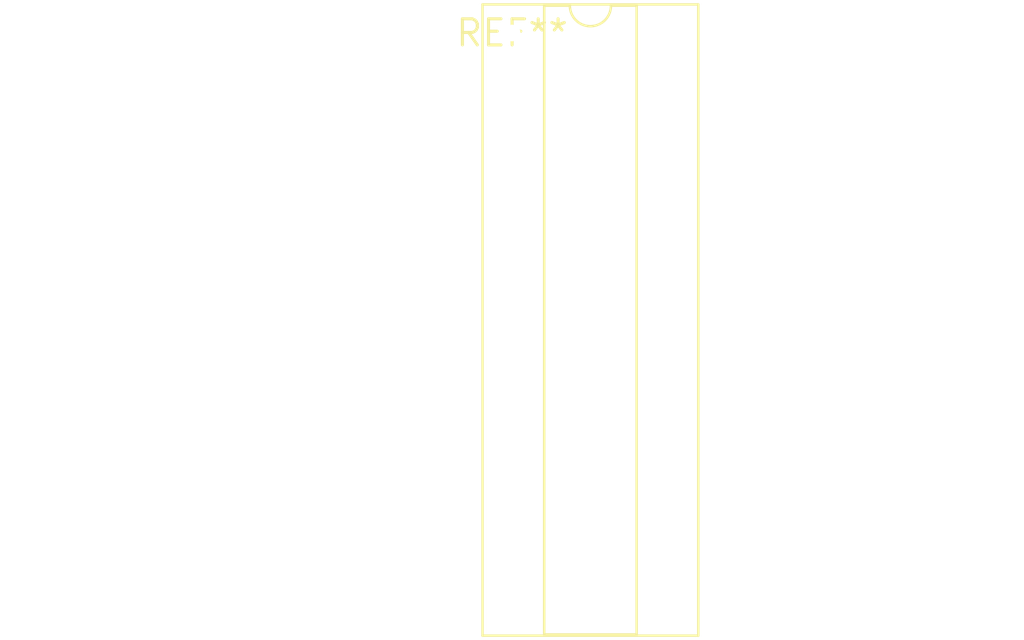
<source format=kicad_pcb>
(kicad_pcb (version 20240108) (generator pcbnew)
  (layers (0 "F.Cu" signal) (31 "B.Cu" signal) (34 "B.Paste" user) (35 "F.Paste" user) (36 "B.SilkS" user "B.Silkscreen") (37 "F.SilkS" user "F.Silkscreen") (38 "B.Mask" user) (39 "F.Mask" user) (44 "Edge.Cuts" user))
  (net 0 "")
  (footprint "CERDIP-24_W7.62mm_SideBrazed_LongPads_Socket" (layer "F.Cu") (at 0 0)
    (property "Reference" "REF**")
    (property "Value" "CERDIP-24_W7.62mm_SideBrazed_LongPads_Socket")
    (fp_line (start -1.44 -1.39) (end -1.44 29.33) (layer "F.SilkS") (stroke (width 0.12)))
    (fp_line (start -1.44 29.33) (end 9.06 29.33) (layer "F.SilkS") (stroke (width 0.12)))
    (fp_line (start 1.56 -1.33) (end 1.56 29.27) (layer "F.SilkS") (stroke (width 0.12)))
    (fp_line (start 1.56 29.27) (end 6.06 29.27) (layer "F.SilkS") (stroke (width 0.12)))
    (fp_line (start 2.81 -1.33) (end 1.56 -1.33) (layer "F.SilkS") (stroke (width 0.12)))
    (fp_line (start 6.06 -1.33) (end 4.81 -1.33) (layer "F.SilkS") (stroke (width 0.12)))
    (fp_line (start 6.06 29.27) (end 6.06 -1.33) (layer "F.SilkS") (stroke (width 0.12)))
    (fp_line (start 9.06 -1.39) (end -1.44 -1.39) (layer "F.SilkS") (stroke (width 0.12)))
    (fp_line (start 9.06 29.33) (end 9.06 -1.39) (layer "F.SilkS") (stroke (width 0.12)))
    (fp_arc (start 4.81 -1.33) (mid 3.81 -0.33) (end 2.81 -1.33) (layer "F.SilkS") (stroke (width 0.12)))
    (pad "1" thru_hole rect (at 0 0) (size 2.4 1.6) (drill 0.8) (layers *.Cu *.Mask) (remove_unused_layers))
    (pad "2" thru_hole oval (at 0 2.54) (size 2.4 1.6) (drill 0.8) (layers *.Cu *.Mask) (remove_unused_layers))
    (pad "3" thru_hole oval (at 0 5.08) (size 2.4 1.6) (drill 0.8) (layers *.Cu *.Mask) (remove_unused_layers))
    (pad "4" thru_hole oval (at 0 7.62) (size 2.4 1.6) (drill 0.8) (layers *.Cu *.Mask) (remove_unused_layers))
    (pad "5" thru_hole oval (at 0 10.16) (size 2.4 1.6) (drill 0.8) (layers *.Cu *.Mask) (remove_unused_layers))
    (pad "6" thru_hole oval (at 0 12.7) (size 2.4 1.6) (drill 0.8) (layers *.Cu *.Mask) (remove_unused_layers))
    (pad "7" thru_hole oval (at 0 15.24) (size 2.4 1.6) (drill 0.8) (layers *.Cu *.Mask) (remove_unused_layers))
    (pad "8" thru_hole oval (at 0 17.78) (size 2.4 1.6) (drill 0.8) (layers *.Cu *.Mask) (remove_unused_layers))
    (pad "9" thru_hole oval (at 0 20.32) (size 2.4 1.6) (drill 0.8) (layers *.Cu *.Mask) (remove_unused_layers))
    (pad "10" thru_hole oval (at 0 22.86) (size 2.4 1.6) (drill 0.8) (layers *.Cu *.Mask) (remove_unused_layers))
    (pad "11" thru_hole oval (at 0 25.4) (size 2.4 1.6) (drill 0.8) (layers *.Cu *.Mask) (remove_unused_layers))
    (pad "12" thru_hole oval (at 0 27.94) (size 2.4 1.6) (drill 0.8) (layers *.Cu *.Mask) (remove_unused_layers))
    (pad "13" thru_hole oval (at 7.62 27.94) (size 2.4 1.6) (drill 0.8) (layers *.Cu *.Mask) (remove_unused_layers))
    (pad "14" thru_hole oval (at 7.62 25.4) (size 2.4 1.6) (drill 0.8) (layers *.Cu *.Mask) (remove_unused_layers))
    (pad "15" thru_hole oval (at 7.62 22.86) (size 2.4 1.6) (drill 0.8) (layers *.Cu *.Mask) (remove_unused_layers))
    (pad "16" thru_hole oval (at 7.62 20.32) (size 2.4 1.6) (drill 0.8) (layers *.Cu *.Mask) (remove_unused_layers))
    (pad "17" thru_hole oval (at 7.62 17.78) (size 2.4 1.6) (drill 0.8) (layers *.Cu *.Mask) (remove_unused_layers))
    (pad "18" thru_hole oval (at 7.62 15.24) (size 2.4 1.6) (drill 0.8) (layers *.Cu *.Mask) (remove_unused_layers))
    (pad "19" thru_hole oval (at 7.62 12.7) (size 2.4 1.6) (drill 0.8) (layers *.Cu *.Mask) (remove_unused_layers))
    (pad "20" thru_hole oval (at 7.62 10.16) (size 2.4 1.6) (drill 0.8) (layers *.Cu *.Mask) (remove_unused_layers))
    (pad "21" thru_hole oval (at 7.62 7.62) (size 2.4 1.6) (drill 0.8) (layers *.Cu *.Mask) (remove_unused_layers))
    (pad "22" thru_hole oval (at 7.62 5.08) (size 2.4 1.6) (drill 0.8) (layers *.Cu *.Mask) (remove_unused_layers))
    (pad "23" thru_hole oval (at 7.62 2.54) (size 2.4 1.6) (drill 0.8) (layers *.Cu *.Mask) (remove_unused_layers))
    (pad "24" thru_hole oval (at 7.62 0) (size 2.4 1.6) (drill 0.8) (layers *.Cu *.Mask) (remove_unused_layers))
  )
)
</source>
